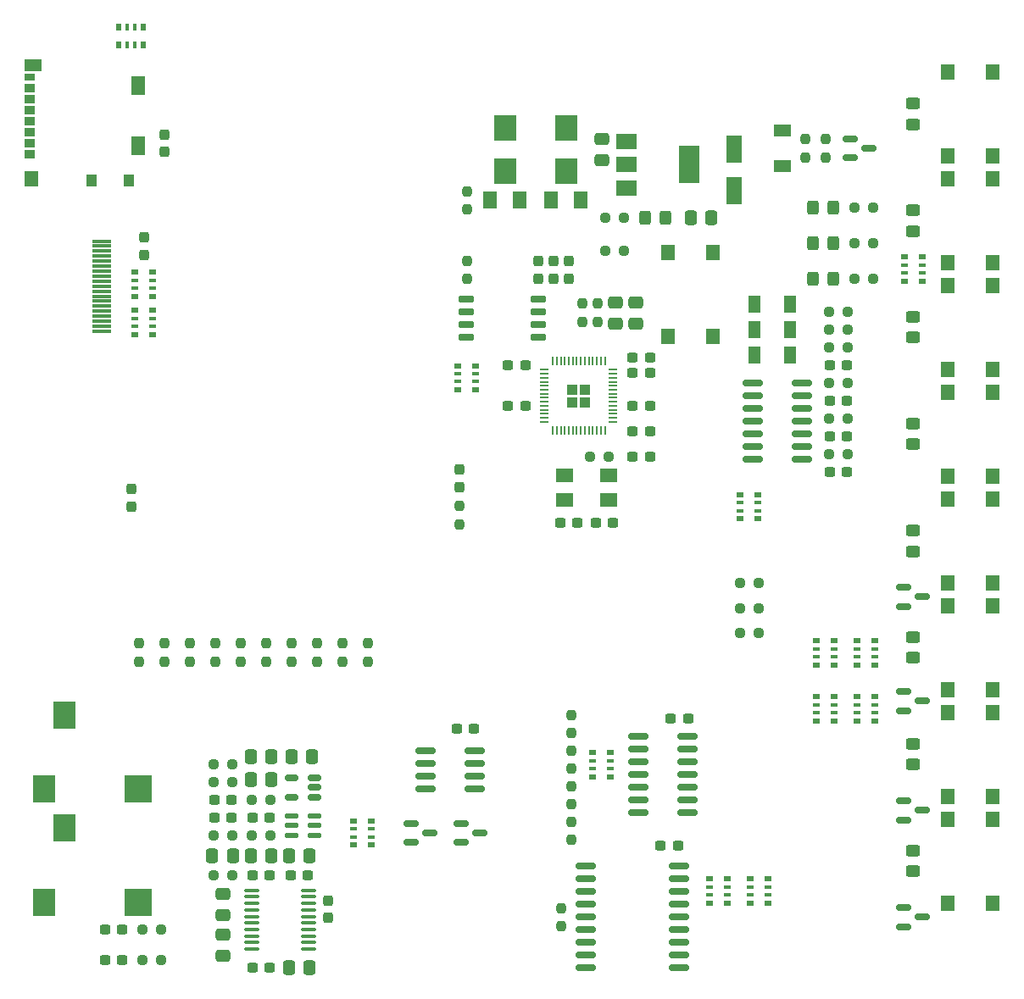
<source format=gtp>
G04 #@! TF.GenerationSoftware,KiCad,Pcbnew,(6.99.0-1115-g98f4b1d16c)*
G04 #@! TF.CreationDate,2022-03-31T00:19:22+02:00*
G04 #@! TF.ProjectId,rpi_pico_kit,7270695f-7069-4636-9f5f-6b69742e6b69,1*
G04 #@! TF.SameCoordinates,Original*
G04 #@! TF.FileFunction,Paste,Top*
G04 #@! TF.FilePolarity,Positive*
%FSLAX46Y46*%
G04 Gerber Fmt 4.6, Leading zero omitted, Abs format (unit mm)*
G04 Created by KiCad (PCBNEW (6.99.0-1115-g98f4b1d16c)) date 2022-03-31 00:19:22*
%MOMM*%
%LPD*%
G01*
G04 APERTURE LIST*
G04 Aperture macros list*
%AMRoundRect*
0 Rectangle with rounded corners*
0 $1 Rounding radius*
0 $2 $3 $4 $5 $6 $7 $8 $9 X,Y pos of 4 corners*
0 Add a 4 corners polygon primitive as box body*
4,1,4,$2,$3,$4,$5,$6,$7,$8,$9,$2,$3,0*
0 Add four circle primitives for the rounded corners*
1,1,$1+$1,$2,$3*
1,1,$1+$1,$4,$5*
1,1,$1+$1,$6,$7*
1,1,$1+$1,$8,$9*
0 Add four rect primitives between the rounded corners*
20,1,$1+$1,$2,$3,$4,$5,0*
20,1,$1+$1,$4,$5,$6,$7,0*
20,1,$1+$1,$6,$7,$8,$9,0*
20,1,$1+$1,$8,$9,$2,$3,0*%
G04 Aperture macros list end*
%ADD10RoundRect,0.237500X-0.250000X-0.237500X0.250000X-0.237500X0.250000X0.237500X-0.250000X0.237500X0*%
%ADD11RoundRect,0.150000X-0.825000X-0.150000X0.825000X-0.150000X0.825000X0.150000X-0.825000X0.150000X0*%
%ADD12R,1.400000X1.600000*%
%ADD13R,2.300000X2.500000*%
%ADD14RoundRect,0.237500X0.300000X0.237500X-0.300000X0.237500X-0.300000X-0.237500X0.300000X-0.237500X0*%
%ADD15RoundRect,0.237500X0.250000X0.237500X-0.250000X0.237500X-0.250000X-0.237500X0.250000X-0.237500X0*%
%ADD16R,0.800000X0.500000*%
%ADD17R,0.800000X0.400000*%
%ADD18RoundRect,0.250000X-0.475000X0.337500X-0.475000X-0.337500X0.475000X-0.337500X0.475000X0.337500X0*%
%ADD19R,1.300000X1.700000*%
%ADD20RoundRect,0.250001X0.462499X0.624999X-0.462499X0.624999X-0.462499X-0.624999X0.462499X-0.624999X0*%
%ADD21RoundRect,0.237500X-0.237500X0.250000X-0.237500X-0.250000X0.237500X-0.250000X0.237500X0.250000X0*%
%ADD22R,0.500000X0.800000*%
%ADD23R,0.400000X0.800000*%
%ADD24RoundRect,0.250001X-0.462499X-0.624999X0.462499X-0.624999X0.462499X0.624999X-0.462499X0.624999X0*%
%ADD25RoundRect,0.237500X-0.237500X0.300000X-0.237500X-0.300000X0.237500X-0.300000X0.237500X0.300000X0*%
%ADD26RoundRect,0.237500X0.237500X-0.250000X0.237500X0.250000X-0.237500X0.250000X-0.237500X-0.250000X0*%
%ADD27RoundRect,0.250000X-0.337500X-0.475000X0.337500X-0.475000X0.337500X0.475000X-0.337500X0.475000X0*%
%ADD28RoundRect,0.237500X-0.300000X-0.237500X0.300000X-0.237500X0.300000X0.237500X-0.300000X0.237500X0*%
%ADD29R,2.200000X2.800000*%
%ADD30R,2.800000X2.800000*%
%ADD31RoundRect,0.250000X0.450000X-0.325000X0.450000X0.325000X-0.450000X0.325000X-0.450000X-0.325000X0*%
%ADD32RoundRect,0.150000X-0.587500X-0.150000X0.587500X-0.150000X0.587500X0.150000X-0.587500X0.150000X0*%
%ADD33RoundRect,0.250000X0.475000X-0.337500X0.475000X0.337500X-0.475000X0.337500X-0.475000X-0.337500X0*%
%ADD34RoundRect,0.250000X0.337500X0.475000X-0.337500X0.475000X-0.337500X-0.475000X0.337500X-0.475000X0*%
%ADD35RoundRect,0.125000X0.587500X0.125000X-0.587500X0.125000X-0.587500X-0.125000X0.587500X-0.125000X0*%
%ADD36R,1.800000X1.400000*%
%ADD37RoundRect,0.250000X-0.325000X-0.450000X0.325000X-0.450000X0.325000X0.450000X-0.325000X0.450000X0*%
%ADD38R,2.000000X1.500000*%
%ADD39R,2.000000X3.800000*%
%ADD40R,1.700000X1.300000*%
%ADD41RoundRect,0.150000X-0.875000X-0.150000X0.875000X-0.150000X0.875000X0.150000X-0.875000X0.150000X0*%
%ADD42RoundRect,0.237500X0.237500X-0.300000X0.237500X0.300000X-0.237500X0.300000X-0.237500X-0.300000X0*%
%ADD43RoundRect,0.250000X0.325000X0.450000X-0.325000X0.450000X-0.325000X-0.450000X0.325000X-0.450000X0*%
%ADD44RoundRect,0.150000X0.512500X0.150000X-0.512500X0.150000X-0.512500X-0.150000X0.512500X-0.150000X0*%
%ADD45RoundRect,0.250000X-0.292217X-0.292217X0.292217X-0.292217X0.292217X0.292217X-0.292217X0.292217X0*%
%ADD46RoundRect,0.050000X-0.387500X-0.050000X0.387500X-0.050000X0.387500X0.050000X-0.387500X0.050000X0*%
%ADD47RoundRect,0.050000X-0.050000X-0.387500X0.050000X-0.387500X0.050000X0.387500X-0.050000X0.387500X0*%
%ADD48R,1.100000X0.850000*%
%ADD49R,1.100000X0.750000*%
%ADD50R,1.000000X1.200000*%
%ADD51R,1.350000X1.550000*%
%ADD52R,1.350000X1.900000*%
%ADD53R,1.800000X1.170000*%
%ADD54RoundRect,0.100000X-0.637500X-0.100000X0.637500X-0.100000X0.637500X0.100000X-0.637500X0.100000X0*%
%ADD55R,1.900000X0.300000*%
%ADD56RoundRect,0.250000X0.550000X-1.137500X0.550000X1.137500X-0.550000X1.137500X-0.550000X-1.137500X0*%
%ADD57RoundRect,0.150000X-0.650000X-0.150000X0.650000X-0.150000X0.650000X0.150000X-0.650000X0.150000X0*%
G04 APERTURE END LIST*
D10*
X57761500Y-115316000D03*
X59586500Y-115316000D03*
D11*
X111571000Y-77216950D03*
X111571000Y-78486950D03*
X111571000Y-79756950D03*
X111571000Y-81026950D03*
X111571000Y-82296950D03*
X111571000Y-83566950D03*
X111571000Y-84836950D03*
X116521000Y-84836950D03*
X116521000Y-83566950D03*
X116521000Y-82296950D03*
X116521000Y-81026950D03*
X116521000Y-79756950D03*
X116521000Y-78486950D03*
X116521000Y-77216950D03*
D10*
X119229500Y-80772950D03*
X121054500Y-80772950D03*
X119229500Y-71882950D03*
X121054500Y-71882950D03*
D12*
X131099999Y-107831999D03*
X131099999Y-99431999D03*
X135599999Y-107831999D03*
X135599999Y-99431999D03*
D13*
X86867999Y-55997999D03*
X86867999Y-51697999D03*
D14*
X121004500Y-75438950D03*
X119279500Y-75438950D03*
D12*
X131099999Y-75827999D03*
X131099999Y-67427999D03*
X135599999Y-75827999D03*
X135599999Y-67427999D03*
D10*
X119229500Y-70104950D03*
X121054500Y-70104950D03*
X119229500Y-84328950D03*
X121054500Y-84328950D03*
D15*
X97178500Y-84582000D03*
X95353500Y-84582000D03*
X63396500Y-122428000D03*
X61571500Y-122428000D03*
D16*
X123835999Y-110927999D03*
D17*
X123835999Y-110127999D03*
X123835999Y-109327999D03*
D16*
X123835999Y-108527999D03*
X122035999Y-108527999D03*
D17*
X122035999Y-109327999D03*
X122035999Y-110127999D03*
D16*
X122035999Y-110927999D03*
D18*
X99949000Y-69167000D03*
X99949000Y-71242000D03*
D19*
X115287999Y-71882949D03*
X111787999Y-71882949D03*
D11*
X100141000Y-112522000D03*
X100141000Y-113792000D03*
X100141000Y-115062000D03*
X100141000Y-116332000D03*
X100141000Y-117602000D03*
X100141000Y-118872000D03*
X100141000Y-120142000D03*
X105091000Y-120142000D03*
X105091000Y-118872000D03*
X105091000Y-117602000D03*
X105091000Y-116332000D03*
X105091000Y-115062000D03*
X105091000Y-113792000D03*
X105091000Y-112522000D03*
D20*
X94451500Y-58928000D03*
X91476500Y-58928000D03*
D21*
X93472000Y-121007500D03*
X93472000Y-122832500D03*
D12*
X131099999Y-86495999D03*
X131099999Y-78095999D03*
X135599999Y-86495999D03*
X135599999Y-78095999D03*
D15*
X59586500Y-122428000D03*
X57761500Y-122428000D03*
D14*
X104140000Y-123444000D03*
X102415000Y-123444000D03*
D22*
X48310999Y-43437249D03*
D23*
X49110999Y-43437249D03*
X49910999Y-43437249D03*
D22*
X50710999Y-43437249D03*
X50710999Y-41637249D03*
D23*
X49910999Y-41637249D03*
X49110999Y-41637249D03*
D22*
X48310999Y-41637249D03*
D24*
X85380500Y-58928000D03*
X88355500Y-58928000D03*
D12*
X131099999Y-65168999D03*
X131099999Y-56768999D03*
X135599999Y-65168999D03*
X135599999Y-56768999D03*
D19*
X115287999Y-69342949D03*
X111787999Y-69342949D03*
D14*
X101319500Y-79462000D03*
X99594500Y-79462000D03*
X101319500Y-74649500D03*
X99594500Y-74649500D03*
D25*
X50800000Y-62637500D03*
X50800000Y-64362500D03*
D26*
X93472000Y-119276500D03*
X93472000Y-117451500D03*
D10*
X110339500Y-99695000D03*
X112164500Y-99695000D03*
D27*
X61446500Y-114554000D03*
X63521500Y-114554000D03*
D28*
X103404500Y-110744000D03*
X105129500Y-110744000D03*
D26*
X93472000Y-112164500D03*
X93472000Y-110339500D03*
D29*
X40849999Y-129048999D03*
D30*
X50249999Y-129048999D03*
D29*
X42849999Y-121648999D03*
D31*
X127635000Y-115325000D03*
X127635000Y-113275000D03*
D15*
X123594500Y-63246000D03*
X121769500Y-63246000D03*
D12*
X131099999Y-97172999D03*
X131099999Y-88772999D03*
X135599999Y-97172999D03*
X135599999Y-88772999D03*
D10*
X96877500Y-64008000D03*
X98702500Y-64008000D03*
D32*
X126697500Y-108016000D03*
X126697500Y-109916000D03*
X128572500Y-108966000D03*
D21*
X83058000Y-64974000D03*
X83058000Y-66799000D03*
D28*
X87148500Y-79462000D03*
X88873500Y-79462000D03*
D16*
X123835999Y-105339999D03*
D17*
X123835999Y-104539999D03*
X123835999Y-103739999D03*
D16*
X123835999Y-102939999D03*
X122035999Y-102939999D03*
D17*
X122035999Y-103739999D03*
X122035999Y-104539999D03*
D16*
X122035999Y-105339999D03*
D26*
X94615000Y-71093500D03*
X94615000Y-69268500D03*
D33*
X58674000Y-130345000D03*
X58674000Y-128270000D03*
D34*
X67331500Y-135636000D03*
X65256500Y-135636000D03*
D35*
X67812500Y-122362000D03*
X67812500Y-121412000D03*
X67812500Y-120462000D03*
X65537500Y-120462000D03*
X65537500Y-121412000D03*
X65537500Y-122362000D03*
D15*
X112164500Y-97195000D03*
X110339500Y-97195000D03*
D25*
X49530000Y-87783500D03*
X49530000Y-89508500D03*
D31*
X127635000Y-104657000D03*
X127635000Y-102607000D03*
D32*
X126697500Y-118938000D03*
X126697500Y-120838000D03*
X128572500Y-119888000D03*
D14*
X101319500Y-82042000D03*
X99594500Y-82042000D03*
D28*
X92355500Y-91186000D03*
X94080500Y-91186000D03*
D15*
X59586500Y-117094000D03*
X57761500Y-117094000D03*
D25*
X93218000Y-65024000D03*
X93218000Y-66749000D03*
D16*
X110351999Y-88335949D03*
D17*
X110351999Y-89135949D03*
X110351999Y-89935949D03*
D16*
X110351999Y-90735949D03*
X112151999Y-90735949D03*
D17*
X112151999Y-89935949D03*
X112151999Y-89135949D03*
D16*
X112151999Y-88335949D03*
D36*
X92795999Y-88829999D03*
X97195999Y-88829999D03*
X97195999Y-86429999D03*
X92795999Y-86429999D03*
D37*
X117593000Y-63246000D03*
X119643000Y-63246000D03*
D16*
X49899999Y-69919999D03*
D17*
X49899999Y-70719999D03*
X49899999Y-71519999D03*
D16*
X49899999Y-72319999D03*
X51699999Y-72319999D03*
D17*
X51699999Y-71519999D03*
X51699999Y-70719999D03*
D16*
X51699999Y-69919999D03*
D12*
X103159999Y-72525999D03*
X103159999Y-64125999D03*
X107659999Y-72525999D03*
X107659999Y-64125999D03*
D32*
X82453000Y-121214000D03*
X82453000Y-123114000D03*
X84328000Y-122164000D03*
D38*
X98957999Y-53071999D03*
X98957999Y-55371999D03*
D39*
X105257999Y-55371999D03*
D38*
X98957999Y-57671999D03*
D40*
X114553999Y-51970999D03*
X114553999Y-55470999D03*
D28*
X57811500Y-120650000D03*
X59536500Y-120650000D03*
D41*
X94918000Y-125476000D03*
X94918000Y-126746000D03*
X94918000Y-128016000D03*
X94918000Y-129286000D03*
X94918000Y-130556000D03*
X94918000Y-131826000D03*
X94918000Y-133096000D03*
X94918000Y-134366000D03*
X94918000Y-135636000D03*
X104218000Y-135636000D03*
X104218000Y-134366000D03*
X104218000Y-133096000D03*
X104218000Y-131826000D03*
X104218000Y-130556000D03*
X104218000Y-129286000D03*
X104218000Y-128016000D03*
X104218000Y-126746000D03*
X104218000Y-125476000D03*
D26*
X116840000Y-54633500D03*
X116840000Y-52808500D03*
D16*
X97419999Y-116515999D03*
D17*
X97419999Y-115715999D03*
X97419999Y-114915999D03*
D16*
X97419999Y-114115999D03*
X95619999Y-114115999D03*
D17*
X95619999Y-114915999D03*
X95619999Y-115715999D03*
D16*
X95619999Y-116515999D03*
D28*
X46889500Y-134874000D03*
X48614500Y-134874000D03*
D16*
X113167999Y-129145999D03*
D17*
X113167999Y-128345999D03*
X113167999Y-127545999D03*
D16*
X113167999Y-126745999D03*
X111367999Y-126745999D03*
D17*
X111367999Y-127545999D03*
X111367999Y-128345999D03*
D16*
X111367999Y-129145999D03*
D27*
X65256500Y-124460000D03*
X67331500Y-124460000D03*
D21*
X60452000Y-103175750D03*
X60452000Y-105000750D03*
D14*
X121004500Y-82550950D03*
X119279500Y-82550950D03*
X83745000Y-111750000D03*
X82020000Y-111750000D03*
D42*
X82296000Y-87577000D03*
X82296000Y-85852000D03*
D31*
X127635000Y-72653000D03*
X127635000Y-70603000D03*
D19*
X115287999Y-74422949D03*
X111787999Y-74422949D03*
D31*
X127635000Y-51326000D03*
X127635000Y-49276000D03*
D28*
X57811500Y-118872000D03*
X59536500Y-118872000D03*
D15*
X123585500Y-59690000D03*
X121760500Y-59690000D03*
D42*
X52832000Y-54075500D03*
X52832000Y-52350500D03*
D21*
X68072000Y-103175750D03*
X68072000Y-105000750D03*
D28*
X46889500Y-131826000D03*
X48614500Y-131826000D03*
D15*
X123585500Y-66802000D03*
X121760500Y-66802000D03*
D29*
X40849999Y-117745999D03*
D30*
X50249999Y-117745999D03*
D29*
X42849999Y-110345999D03*
D21*
X83058000Y-58015500D03*
X83058000Y-59840500D03*
D31*
X127635000Y-125993000D03*
X127635000Y-123943000D03*
D15*
X63396500Y-118872000D03*
X61571500Y-118872000D03*
D26*
X96139000Y-71093500D03*
X96139000Y-69268500D03*
D15*
X52474500Y-134874000D03*
X50649500Y-134874000D03*
D28*
X61621500Y-135636000D03*
X63346500Y-135636000D03*
D10*
X119229500Y-73660950D03*
X121054500Y-73660950D03*
D21*
X92456000Y-129643500D03*
X92456000Y-131468500D03*
D34*
X63521500Y-124460000D03*
X61446500Y-124460000D03*
D10*
X96877500Y-60706000D03*
X98702500Y-60706000D03*
D14*
X101324500Y-76176000D03*
X99599500Y-76176000D03*
D21*
X62992000Y-103175750D03*
X62992000Y-105000750D03*
X55372000Y-103175750D03*
X55372000Y-105000750D03*
D16*
X119771999Y-105339999D03*
D17*
X119771999Y-104539999D03*
X119771999Y-103739999D03*
D16*
X119771999Y-102939999D03*
X117971999Y-102939999D03*
D17*
X117971999Y-103739999D03*
X117971999Y-104539999D03*
D16*
X117971999Y-105339999D03*
D10*
X57761500Y-126365000D03*
X59586500Y-126365000D03*
D28*
X65431500Y-126365000D03*
X67156500Y-126365000D03*
D21*
X50292000Y-103175750D03*
X50292000Y-105000750D03*
D16*
X82157999Y-75457199D03*
D17*
X82157999Y-76257199D03*
X82157999Y-77057199D03*
D16*
X82157999Y-77857199D03*
X83957999Y-77857199D03*
D17*
X83957999Y-77057199D03*
X83957999Y-76257199D03*
D16*
X83957999Y-75457199D03*
D15*
X112164500Y-102195000D03*
X110339500Y-102195000D03*
D14*
X121004500Y-78994950D03*
X119279500Y-78994950D03*
D13*
X92963999Y-55997999D03*
X92963999Y-51697999D03*
D21*
X57912000Y-103175750D03*
X57912000Y-105000750D03*
D37*
X117593000Y-66802000D03*
X119643000Y-66802000D03*
D14*
X97636500Y-91186000D03*
X95911500Y-91186000D03*
X63346500Y-126365000D03*
X61621500Y-126365000D03*
D12*
X131099999Y-54500999D03*
X131099999Y-46100999D03*
X135599999Y-54500999D03*
X135599999Y-46100999D03*
D16*
X119771999Y-110927999D03*
D17*
X119771999Y-110127999D03*
X119771999Y-109327999D03*
D16*
X119771999Y-108527999D03*
X117971999Y-108527999D03*
D17*
X117971999Y-109327999D03*
X117971999Y-110127999D03*
D16*
X117971999Y-110927999D03*
D12*
X131099999Y-118499999D03*
X131099999Y-110099999D03*
X135599999Y-118499999D03*
X135599999Y-110099999D03*
D37*
X117593000Y-59690000D03*
X119643000Y-59690000D03*
D25*
X91694000Y-65024000D03*
X91694000Y-66749000D03*
D31*
X127635000Y-83321000D03*
X127635000Y-81271000D03*
D16*
X71684499Y-120963999D03*
D17*
X71684499Y-121763999D03*
X71684499Y-122563999D03*
D16*
X71684499Y-123363999D03*
X73484499Y-123363999D03*
D17*
X73484499Y-122563999D03*
X73484499Y-121763999D03*
D16*
X73484499Y-120963999D03*
D33*
X58674000Y-134387500D03*
X58674000Y-132312500D03*
D12*
X131099999Y-129167999D03*
X131099999Y-120767999D03*
X135599999Y-129167999D03*
X135599999Y-120767999D03*
D43*
X102879000Y-60706000D03*
X100829000Y-60706000D03*
D18*
X97917000Y-69167000D03*
X97917000Y-71242000D03*
D27*
X105388500Y-60706000D03*
X107463500Y-60706000D03*
D26*
X93472000Y-115720500D03*
X93472000Y-113895500D03*
D44*
X67812500Y-118552000D03*
X67812500Y-117602000D03*
X67812500Y-116652000D03*
X65537500Y-116652000D03*
X65537500Y-118552000D03*
D32*
X126697500Y-97602000D03*
X126697500Y-99502000D03*
X128572500Y-98552000D03*
D28*
X87148500Y-75411500D03*
X88873500Y-75411500D03*
D18*
X96520000Y-52810500D03*
X96520000Y-54885500D03*
D21*
X70612000Y-103175750D03*
X70612000Y-105000750D03*
D45*
X93596500Y-77824500D03*
X93596500Y-79099500D03*
X94871500Y-77824500D03*
X94871500Y-79099500D03*
D46*
X90796500Y-75862000D03*
X90796500Y-76262000D03*
X90796500Y-76662000D03*
X90796500Y-77062000D03*
X90796500Y-77462000D03*
X90796500Y-77862000D03*
X90796500Y-78262000D03*
X90796500Y-78662000D03*
X90796500Y-79062000D03*
X90796500Y-79462000D03*
X90796500Y-79862000D03*
X90796500Y-80262000D03*
X90796500Y-80662000D03*
X90796500Y-81062000D03*
D47*
X91634000Y-81899500D03*
X92034000Y-81899500D03*
X92434000Y-81899500D03*
X92834000Y-81899500D03*
X93234000Y-81899500D03*
X93634000Y-81899500D03*
X94034000Y-81899500D03*
X94434000Y-81899500D03*
X94834000Y-81899500D03*
X95234000Y-81899500D03*
X95634000Y-81899500D03*
X96034000Y-81899500D03*
X96434000Y-81899500D03*
X96834000Y-81899500D03*
D46*
X97671500Y-81062000D03*
X97671500Y-80662000D03*
X97671500Y-80262000D03*
X97671500Y-79862000D03*
X97671500Y-79462000D03*
X97671500Y-79062000D03*
X97671500Y-78662000D03*
X97671500Y-78262000D03*
X97671500Y-77862000D03*
X97671500Y-77462000D03*
X97671500Y-77062000D03*
X97671500Y-76662000D03*
X97671500Y-76262000D03*
X97671500Y-75862000D03*
D47*
X96834000Y-75024500D03*
X96434000Y-75024500D03*
X96034000Y-75024500D03*
X95634000Y-75024500D03*
X95234000Y-75024500D03*
X94834000Y-75024500D03*
X94434000Y-75024500D03*
X94034000Y-75024500D03*
X93634000Y-75024500D03*
X93234000Y-75024500D03*
X92834000Y-75024500D03*
X92434000Y-75024500D03*
X92034000Y-75024500D03*
X91634000Y-75024500D03*
D31*
X127635000Y-93998000D03*
X127635000Y-91948000D03*
D42*
X90170000Y-66749000D03*
X90170000Y-65024000D03*
D32*
X121363500Y-52771000D03*
X121363500Y-54671000D03*
X123238500Y-53721000D03*
D11*
X78883500Y-113909000D03*
X78883500Y-115179000D03*
X78883500Y-116449000D03*
X78883500Y-117719000D03*
X83833500Y-117719000D03*
X83833500Y-116449000D03*
X83833500Y-115179000D03*
X83833500Y-113909000D03*
D31*
X127635000Y-61994000D03*
X127635000Y-59944000D03*
D21*
X73152000Y-103175750D03*
X73152000Y-105000750D03*
D14*
X121004500Y-86106950D03*
X119279500Y-86106950D03*
D16*
X49899999Y-66109999D03*
D17*
X49899999Y-66909999D03*
X49899999Y-67709999D03*
D16*
X49899999Y-68509999D03*
X51699999Y-68509999D03*
D17*
X51699999Y-67709999D03*
X51699999Y-66909999D03*
D16*
X51699999Y-66109999D03*
D26*
X82296000Y-91286500D03*
X82296000Y-89461500D03*
D48*
X39406399Y-54311399D03*
X39406399Y-53211399D03*
X39406399Y-52111399D03*
X39406399Y-51011399D03*
X39406399Y-49911399D03*
X39406399Y-48811399D03*
X39406399Y-47711399D03*
D49*
X39406399Y-46661399D03*
D50*
X45556399Y-56946399D03*
X49256399Y-56946399D03*
D51*
X39531399Y-56771399D03*
D52*
X50231399Y-53446399D03*
X50231399Y-47476399D03*
D53*
X39756399Y-45451399D03*
D16*
X128534999Y-66985999D03*
D17*
X128534999Y-66185999D03*
X128534999Y-65385999D03*
D16*
X128534999Y-64585999D03*
X126734999Y-64585999D03*
D17*
X126734999Y-65385999D03*
X126734999Y-66185999D03*
D16*
X126734999Y-66985999D03*
D27*
X65510500Y-114554000D03*
X67585500Y-114554000D03*
D14*
X101319500Y-84582000D03*
X99594500Y-84582000D03*
D28*
X61621500Y-120650000D03*
X63346500Y-120650000D03*
D32*
X126697500Y-129606000D03*
X126697500Y-131506000D03*
X128572500Y-130556000D03*
D27*
X61446500Y-116840000D03*
X63521500Y-116840000D03*
D54*
X61526500Y-127885000D03*
X61526500Y-128535000D03*
X61526500Y-129185000D03*
X61526500Y-129835000D03*
X61526500Y-130485000D03*
X61526500Y-131135000D03*
X61526500Y-131785000D03*
X61526500Y-132435000D03*
X61526500Y-133085000D03*
X61526500Y-133735000D03*
X67251500Y-133735000D03*
X67251500Y-133085000D03*
X67251500Y-132435000D03*
X67251500Y-131785000D03*
X67251500Y-131135000D03*
X67251500Y-130485000D03*
X67251500Y-129835000D03*
X67251500Y-129185000D03*
X67251500Y-128535000D03*
X67251500Y-127885000D03*
D34*
X59690000Y-124460000D03*
X57615000Y-124460000D03*
D42*
X69215000Y-130630000D03*
X69215000Y-128905000D03*
D32*
X77489000Y-121214000D03*
X77489000Y-123114000D03*
X79364000Y-122164000D03*
D15*
X52474500Y-131826000D03*
X50649500Y-131826000D03*
D55*
X46594499Y-72009199D03*
X46594499Y-71509199D03*
X46594499Y-71009199D03*
X46594499Y-70509199D03*
X46594499Y-70009199D03*
X46594499Y-69509199D03*
X46594499Y-69009199D03*
X46594499Y-68509199D03*
X46594499Y-68009199D03*
X46594499Y-67509199D03*
X46594499Y-67009199D03*
X46594499Y-66509199D03*
X46594499Y-66009199D03*
X46594499Y-65509199D03*
X46594499Y-65009199D03*
X46594499Y-64509199D03*
X46594499Y-64009199D03*
X46594499Y-63509199D03*
X46594499Y-63009199D03*
D56*
X109728000Y-57942500D03*
X109728000Y-53817500D03*
D10*
X119229500Y-77216950D03*
X121054500Y-77216950D03*
D21*
X52832000Y-103175750D03*
X52832000Y-105000750D03*
D57*
X83014000Y-68807500D03*
X83014000Y-70077500D03*
X83014000Y-71347500D03*
X83014000Y-72617500D03*
X90214000Y-72617500D03*
X90214000Y-71347500D03*
X90214000Y-70077500D03*
X90214000Y-68807500D03*
D16*
X109103999Y-129145999D03*
D17*
X109103999Y-128345999D03*
X109103999Y-127545999D03*
D16*
X109103999Y-126745999D03*
X107303999Y-126745999D03*
D17*
X107303999Y-127545999D03*
X107303999Y-128345999D03*
D16*
X107303999Y-129145999D03*
D21*
X65532000Y-103175750D03*
X65532000Y-105000750D03*
X118872000Y-52808500D03*
X118872000Y-54633500D03*
M02*

</source>
